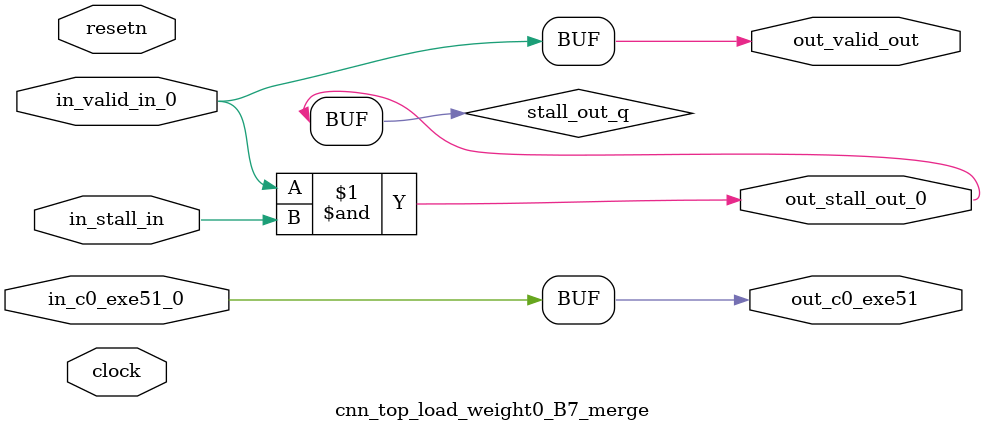
<source format=sv>



(* altera_attribute = "-name AUTO_SHIFT_REGISTER_RECOGNITION OFF; -name MESSAGE_DISABLE 10036; -name MESSAGE_DISABLE 10037; -name MESSAGE_DISABLE 14130; -name MESSAGE_DISABLE 14320; -name MESSAGE_DISABLE 15400; -name MESSAGE_DISABLE 14130; -name MESSAGE_DISABLE 10036; -name MESSAGE_DISABLE 12020; -name MESSAGE_DISABLE 12030; -name MESSAGE_DISABLE 12010; -name MESSAGE_DISABLE 12110; -name MESSAGE_DISABLE 14320; -name MESSAGE_DISABLE 13410; -name MESSAGE_DISABLE 113007; -name MESSAGE_DISABLE 10958" *)
module cnn_top_load_weight0_B7_merge (
    input wire [0:0] in_c0_exe51_0,
    input wire [0:0] in_stall_in,
    input wire [0:0] in_valid_in_0,
    output wire [0:0] out_c0_exe51,
    output wire [0:0] out_stall_out_0,
    output wire [0:0] out_valid_out,
    input wire clock,
    input wire resetn
    );

    wire [0:0] stall_out_q;


    // out_c0_exe51(GPOUT,5)
    assign out_c0_exe51 = in_c0_exe51_0;

    // stall_out(LOGICAL,8)
    assign stall_out_q = in_valid_in_0 & in_stall_in;

    // out_stall_out_0(GPOUT,6)
    assign out_stall_out_0 = stall_out_q;

    // out_valid_out(GPOUT,7)
    assign out_valid_out = in_valid_in_0;

endmodule

</source>
